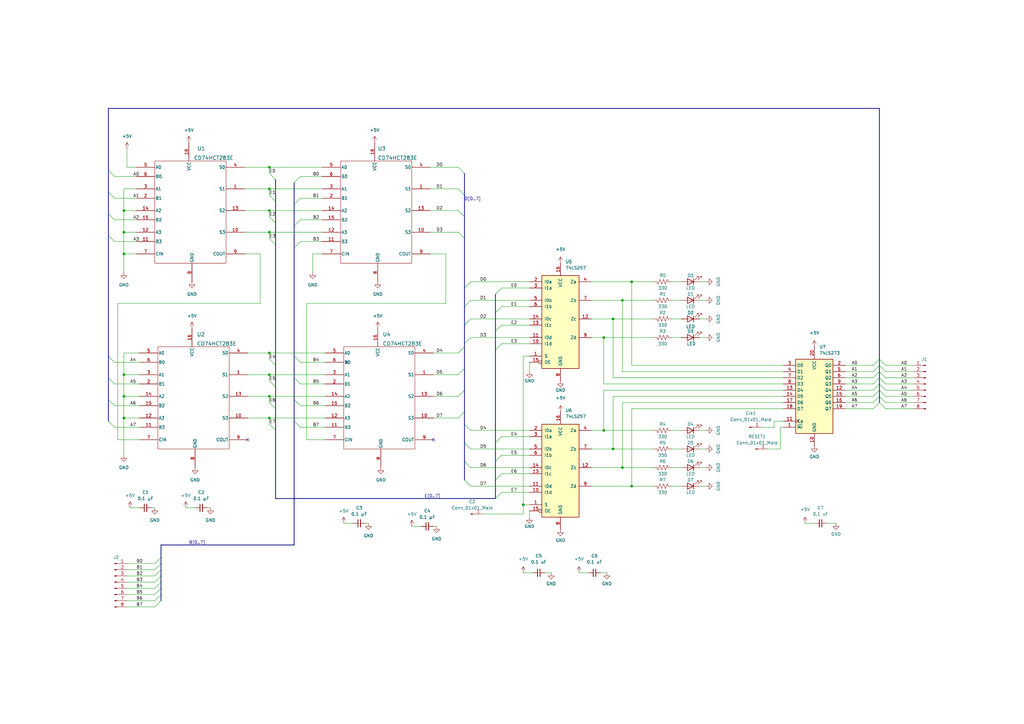
<source format=kicad_sch>
(kicad_sch (version 20211123) (generator eeschema)
  (paper "A3")
  (title_block (title "i281 Program Counter") (date "2024-02-08") (rev "C") (company "sdmay24-14"))
  (lib_symbols
    (symbol "74xx:74LS257" (pin_names (offset 1.016))
      (property "Reference" "U" (at -7.62 19.05 0))
      (property "Value" "74LS257" (at -7.62 -21.59 0))
      (symbol "74LS257_1_0"
        (pin input line (at -12.7 -15.24 0) (length 5.08) (name "S") (number "1"))
        (pin input line (at -12.7 -10.16 0) (length 5.08) (name "I1d") (number "10"))
        (pin input line (at -12.7 -7.62 0) (length 5.08) (name "I0d") (number "11"))
        (pin tri_state line (at 12.7 0 180) (length 5.08) (name "Zc") (number "12"))
        (pin input line (at -12.7 -2.54 0) (length 5.08) (name "I1c") (number "13"))
        (pin input line (at -12.7 0 0) (length 5.08) (name "I0c") (number "14"))
        (pin input inverted (at -12.7 -17.78 0) (length 5.08) (name "OE") (number "15"))
        (pin power_in line (at 0 22.86 270) (length 5.08) (name "VCC") (number "16"))
        (pin input line (at -12.7 15.24 0) (length 5.08) (name "I0a") (number "2"))
        (pin input line (at -12.7 12.7 0) (length 5.08) (name "I1a") (number "3"))
        (pin tri_state line (at 12.7 15.24 180) (length 5.08) (name "Za") (number "4"))
        (pin input line (at -12.7 7.62 0) (length 5.08) (name "I0b") (number "5"))
        (pin input line (at -12.7 5.08 0) (length 5.08) (name "I1b") (number "6"))
        (pin tri_state line (at 12.7 7.62 180) (length 5.08) (name "Zb") (number "7"))
        (pin power_in line (at 0 -25.4 90) (length 5.08) (name "GND") (number "8"))
        (pin tri_state line (at 12.7 -7.62 180) (length 5.08) (name "Zd") (number "9"))
      )
      (symbol "74LS257_1_1"
        (rectangle (start -7.62 17.78) (end 7.62 -20.32) (stroke (width 0.254)) (fill (type background)))
      )
    )
    (symbol "74xx:74LS273"
      (property "Reference" "U" (at -7.62 16.51 0))
      (property "Value" "74LS273" (at -7.62 -16.51 0))
      (symbol "74LS273_1_0"
        (pin input line (at -12.7 -12.7 0) (length 5.08) (name "~{Mr}") (number "1"))
        (pin power_in line (at 0 -20.32 90) (length 5.08) (name "GND") (number "10"))
        (pin input clock (at -12.7 -10.16 0) (length 5.08) (name "Cp") (number "11"))
        (pin output line (at 12.7 2.54 180) (length 5.08) (name "Q4") (number "12"))
        (pin input line (at -12.7 2.54 0) (length 5.08) (name "D4") (number "13"))
        (pin input line (at -12.7 0 0) (length 5.08) (name "D5") (number "14"))
        (pin output line (at 12.7 0 180) (length 5.08) (name "Q5") (number "15"))
        (pin output line (at 12.7 -2.54 180) (length 5.08) (name "Q6") (number "16"))
        (pin input line (at -12.7 -2.54 0) (length 5.08) (name "D6") (number "17"))
        (pin input line (at -12.7 -5.08 0) (length 5.08) (name "D7") (number "18"))
        (pin output line (at 12.7 -5.08 180) (length 5.08) (name "Q7") (number "19"))
        (pin output line (at 12.7 12.7 180) (length 5.08) (name "Q0") (number "2"))
        (pin power_in line (at 0 20.32 270) (length 5.08) (name "VCC") (number "20"))
        (pin input line (at -12.7 12.7 0) (length 5.08) (name "D0") (number "3"))
        (pin input line (at -12.7 10.16 0) (length 5.08) (name "D1") (number "4"))
        (pin output line (at 12.7 10.16 180) (length 5.08) (name "Q1") (number "5"))
        (pin output line (at 12.7 7.62 180) (length 5.08) (name "Q2") (number "6"))
        (pin input line (at -12.7 7.62 0) (length 5.08) (name "D2") (number "7"))
        (pin input line (at -12.7 5.08 0) (length 5.08) (name "D3") (number "8"))
        (pin output line (at 12.7 5.08 180) (length 5.08) (name "Q3") (number "9"))
      )
      (symbol "74LS273_1_1"
        (rectangle (start -7.62 15.24) (end 7.62 -15.24) (stroke (width 0.254)) (fill (type background)))
      )
    )
    (symbol "CD74HCT283E_1" (pin_names (offset 0.254))
      (property "Reference" "U2" (at 36.3094 -1.27 0))
      (property "Value" "CD74HCT283E" (at 36.3094 -5.08 0))
      (symbol "CD74HCT283E_1_0_1"
        (polyline (pts (xy 20.32 -6.35) (xy 20.32 -45.72)))
        (polyline (pts (xy 20.32 -6.35) (xy 49.53 -6.35)))
        (polyline (pts (xy 49.53 -12.7) (xy 49.53 -45.72)))
        (polyline (pts (xy 49.53 -6.35) (xy 49.53 -12.7)))
        (polyline (pts (xy 49.53 -45.72) (xy 49.53 -48.26) (xy 20.32 -48.26) (xy 20.32 -45.72)))
        (pin output line (at 57.15 -17.78 180) (length 7.62) (name "S1") (number "1"))
        (pin output line (at 57.15 -35.56 180) (length 7.62) (name "S3") (number "10"))
        (pin input line (at 12.7 -39.37 0) (length 7.62) (name "B3") (number "11"))
        (pin input line (at 12.7 -35.56 0) (length 7.62) (name "A3") (number "12"))
        (pin output line (at 57.15 -26.67 180) (length 7.62) (name "S2") (number "13"))
        (pin input line (at 12.7 -26.67 0) (length 7.62) (name "A2") (number "14"))
        (pin input line (at 12.7 -30.48 0) (length 7.62) (name "B2") (number "15"))
        (pin power_in line (at 34.29 1.27 270) (length 7.62) (name "VCC") (number "16"))
        (pin input line (at 12.7 -21.59 0) (length 7.62) (name "B1") (number "2"))
        (pin input line (at 12.7 -17.78 0) (length 7.62) (name "A1") (number "3"))
        (pin output line (at 57.15 -8.89 180) (length 7.62) (name "S0") (number "4"))
        (pin input line (at 12.7 -8.89 0) (length 7.62) (name "A0") (number "5"))
        (pin input line (at 12.7 -12.7 0) (length 7.62) (name "B0") (number "6"))
        (pin input line (at 12.7 -44.45 0) (length 7.62) (name "CIN") (number "7"))
        (pin power_in line (at 35.56 -55.88 90) (length 7.62) (name "GND") (number "8"))
        (pin output line (at 57.15 -44.45 180) (length 7.62) (name "COUT") (number "9"))
      )
    )
    (symbol "CD74HCT283E_2" (pin_names (offset 0.254))
      (property "Reference" "U1" (at 39.37 -1.27 0))
      (property "Value" "CD74HCT283E" (at 44.45 -5.08 0))
      (symbol "CD74HCT283E_2_0_1"
        (polyline (pts (xy 20.32 -6.35) (xy 20.32 -45.72)))
        (polyline (pts (xy 20.32 -6.35) (xy 49.53 -6.35)))
        (polyline (pts (xy 49.53 -12.7) (xy 49.53 -45.72)))
        (polyline (pts (xy 49.53 -6.35) (xy 49.53 -12.7)))
        (polyline (pts (xy 49.53 -45.72) (xy 49.53 -48.26) (xy 20.32 -48.26) (xy 20.32 -45.72)))
        (pin output line (at 57.15 -17.78 180) (length 7.62) (name "S1") (number "1"))
        (pin output line (at 57.15 -35.56 180) (length 7.62) (name "S3") (number "10"))
        (pin input line (at 12.7 -39.37 0) (length 7.62) (name "B3") (number "11"))
        (pin input line (at 12.7 -35.56 0) (length 7.62) (name "A3") (number "12"))
        (pin output line (at 57.15 -26.67 180) (length 7.62) (name "S2") (number "13"))
        (pin input line (at 12.7 -26.67 0) (length 7.62) (name "A2") (number "14"))
        (pin input line (at 12.7 -30.48 0) (length 7.62) (name "B2") (number "15"))
        (pin power_in line (at 34.29 1.27 270) (length 7.62) (name "VCC") (number "16"))
        (pin input line (at 12.7 -21.59 0) (length 7.62) (name "B1") (number "2"))
        (pin input line (at 12.7 -17.78 0) (length 7.62) (name "A1") (number "3"))
        (pin output line (at 57.15 -8.89 180) (length 7.62) (name "S0") (number "4"))
        (pin input line (at 12.7 -8.89 0) (length 7.62) (name "A0") (number "5"))
        (pin input line (at 12.7 -12.7 0) (length 7.62) (name "B0") (number "6"))
        (pin input line (at 12.7 -44.45 0) (length 7.62) (name "CIN") (number "7"))
        (pin power_in line (at 35.56 -55.88 90) (length 7.62) (name "GND") (number "8"))
        (pin output line (at 57.15 -44.45 180) (length 7.62) (name "COUT") (number "9"))
      )
    )
    (symbol "CD74HCT283E_3" (pin_names (offset 0.254))
      (property "Reference" "U3" (at 36.83 -1.27 0))
      (property "Value" "CD74HCT283E" (at 36.83 -5.08 0))
      (symbol "CD74HCT283E_3_0_1"
        (polyline (pts (xy 21.59 -6.35) (xy 21.59 -45.72)))
        (polyline (pts (xy 21.59 -6.35) (xy 50.8 -6.35)))
        (polyline (pts (xy 50.8 -12.7) (xy 50.8 -45.72)))
        (polyline (pts (xy 50.8 -6.35) (xy 50.8 -12.7)))
        (polyline (pts (xy 50.8 -45.72) (xy 50.8 -48.26) (xy 21.59 -48.26) (xy 21.59 -45.72)))
        (pin output line (at 58.42 -17.78 180) (length 7.62) (name "S1") (number "1"))
        (pin output line (at 58.42 -35.56 180) (length 7.62) (name "S3") (number "10"))
        (pin input line (at 13.97 -39.37 0) (length 7.62) (name "B3") (number "11"))
        (pin input line (at 13.97 -35.56 0) (length 7.62) (name "A3") (number "12"))
        (pin output line (at 58.42 -26.67 180) (length 7.62) (name "S2") (number "13"))
        (pin input line (at 13.97 -26.67 0) (length 7.62) (name "A2") (number "14"))
        (pin input line (at 13.97 -30.48 0) (length 7.62) (name "B2") (number "15"))
        (pin power_in line (at 35.56 1.27 270) (length 7.62) (name "VCC") (number "16"))
        (pin input line (at 13.97 -21.59 0) (length 7.62) (name "B1") (number "2"))
        (pin input line (at 13.97 -17.78 0) (length 7.62) (name "A1") (number "3"))
        (pin output line (at 58.42 -8.89 180) (length 7.62) (name "S0") (number "4"))
        (pin input line (at 13.97 -8.89 0) (length 7.62) (name "A0") (number "5"))
        (pin input line (at 13.97 -12.7 0) (length 7.62) (name "B0") (number "6"))
        (pin input line (at 13.97 -44.45 0) (length 7.62) (name "CIN") (number "7"))
        (pin power_in line (at 36.83 -55.88 90) (length 7.62) (name "GND") (number "8"))
        (pin output line (at 58.42 -44.45 180) (length 7.62) (name "COUT") (number "9"))
      )
    )
    (symbol "Connector:Conn_01x01_Male" (pin_names (offset 1.016) hide)
      (property "Reference" "J" (at 0 2.54 0))
      (property "Value" "Conn_01x01_Male" (at 0 -2.54 0))
      (symbol "Conn_01x01_Male_1_1"
        (polyline (pts (xy 1.27 0) (xy 0.8636 0)) (stroke (width 0.1524)))
        (rectangle (start 0.8636 0.127) (end 0 -0.127) (stroke (width 0.1524)) (fill (type outline)))
        (pin passive line (at 5.08 0 180) (length 3.81) (name "Pin_1") (number "1"))
      )
    )
    (symbol "Connector:Conn_01x08_Male" (pin_names (offset 1.016) hide)
      (property "Reference" "J" (at 0 10.16 0))
      (property "Value" "Conn_01x08_Male" (at 0 -12.7 0))
      (symbol "Conn_01x08_Male_1_1"
        (polyline (pts (xy 1.27 -10.16) (xy 0.8636 -10.16)) (stroke (width 0.1524)))
        (polyline (pts (xy 1.27 -7.62) (xy 0.8636 -7.62)) (stroke (width 0.1524)))
        (polyline (pts (xy 1.27 -5.08) (xy 0.8636 -5.08)) (stroke (width 0.1524)))
        (polyline (pts (xy 1.27 -2.54) (xy 0.8636 -2.54)) (stroke (width 0.1524)))
        (polyline (pts (xy 1.27 0) (xy 0.8636 0)) (stroke (width 0.1524)))
        (polyline (pts (xy 1.27 2.54) (xy 0.8636 2.54)) (stroke (width 0.1524)))
        (polyline (pts (xy 1.27 5.08) (xy 0.8636 5.08)) (stroke (width 0.1524)))
        (polyline (pts (xy 1.27 7.62) (xy 0.8636 7.62)) (stroke (width 0.1524)))
        (rectangle (start 0.8636 -10.033) (end 0 -10.287) (stroke (width 0.1524)) (fill (type outline)))
        (rectangle (start 0.8636 -7.493) (end 0 -7.747) (stroke (width 0.1524)) (fill (type outline)))
        (rectangle (start 0.8636 -4.953) (end 0 -5.207) (stroke (width 0.1524)) (fill (type outline)))
        (rectangle (start 0.8636 -2.413) (end 0 -2.667) (stroke (width 0.1524)) (fill (type outline)))
        (rectangle (start 0.8636 0.127) (end 0 -0.127) (stroke (width 0.1524)) (fill (type outline)))
        (rectangle (start 0.8636 2.667) (end 0 2.413) (stroke (width 0.1524)) (fill (type outline)))
        (rectangle (start 0.8636 5.207) (end 0 4.953) (stroke (width 0.1524)) (fill (type outline)))
        (rectangle (start 0.8636 7.747) (end 0 7.493) (stroke (width 0.1524)) (fill (type outline)))
        (pin passive line (at 5.08 7.62 180) (length 3.81) (name "Pin_1") (number "1"))
        (pin passive line (at 5.08 5.08 180) (length 3.81) (name "Pin_2") (number "2"))
        (pin passive line (at 5.08 2.54 180) (length 3.81) (name "Pin_3") (number "3"))
        (pin passive line (at 5.08 0 180) (length 3.81) (name "Pin_4") (number "4"))
        (pin passive line (at 5.08 -2.54 180) (length 3.81) (name "Pin_5") (number "5"))
        (pin passive line (at 5.08 -5.08 180) (length 3.81) (name "Pin_6") (number "6"))
        (pin passive line (at 5.08 -7.62 180) (length 3.81) (name "Pin_7") (number "7"))
        (pin passive line (at 5.08 -10.16 180) (length 3.81) (name "Pin_8") (number "8"))
      )
    )
    (symbol "Device:C_Small" (pin_numbers hide) (pin_names (offset 0.254) hide)
      (property "Reference" "C" (at 0.254 1.778 0))
      (property "Value" "C_Small" (at 0.254 -2.032 0))
      (symbol "C_Small_0_1"
        (polyline (pts (xy -1.524 -0.508) (xy 1.524 -0.508)) (stroke (width 0.3302)))
        (polyline (pts (xy -1.524 0.508) (xy 1.524 0.508)) (stroke (width 0.3048)))
      )
      (symbol "C_Small_1_1"
        (pin passive line (at 0 2.54 270) (length 2.032) (name "~") (number "1"))
        (pin passive line (at 0 -2.54 90) (length 2.032) (name "~") (number "2"))
      )
    )
    (symbol "Device:LED" (pin_numbers hide) (pin_names (offset 1.016) hide)
      (property "Reference" "D" (at 0 2.54 0))
      (property "Value" "LED" (at 0 -2.54 0))
      (symbol "LED_0_1"
        (polyline (pts (xy -1.27 -1.27) (xy -1.27 1.27)) (stroke (width 0.254)))
        (polyline (pts (xy -1.27 0) (xy 1.27 0)))
        (polyline (pts (xy 1.27 -1.27) (xy 1.27 1.27) (xy -1.27 0) (xy 1.27 -1.27)) (stroke (width 0.254)))
        (polyline (pts (xy -3.048 -0.762) (xy -4.572 -2.286) (xy -3.81 -2.286) (xy -4.572 -2.286) (xy -4.572 -1.524)))
        (polyline (pts (xy -1.778 -0.762) (xy -3.302 -2.286) (xy -2.54 -2.286) (xy -3.302 -2.286) (xy -3.302 -1.524)))
      )
      (symbol "LED_1_1"
        (pin passive line (at -3.81 0 0) (length 2.54) (name "K") (number "1"))
        (pin passive line (at 3.81 0 180) (length 2.54) (name "A") (number "2"))
      )
    )
    (symbol "Device:R_US" (pin_numbers hide) (pin_names (offset 0))
      (property "Reference" "R" (at 2.54 0 90))
      (property "Value" "R_US" (at -2.54 0 90))
      (symbol "R_US_0_1"
        (polyline (pts (xy 0 -2.286) (xy 0 -2.54)))
        (polyline (pts (xy 0 2.286) (xy 0 2.54)))
        (polyline (pts (xy 0 -0.762) (xy 1.016 -1.143) (xy 0 -1.524) (xy -1.016 -1.905) (xy 0 -2.286)))
        (polyline (pts (xy 0 0.762) (xy 1.016 0.381) (xy 0 0) (xy -1.016 -0.381) (xy 0 -0.762)))
        (polyline (pts (xy 0 2.286) (xy 1.016 1.905) (xy 0 1.524) (xy -1.016 1.143) (xy 0 0.762)))
      )
      (symbol "R_US_1_1"
        (pin passive line (at 0 3.81 270) (length 1.27) (name "~") (number "1"))
        (pin passive line (at 0 -3.81 90) (length 1.27) (name "~") (number "2"))
      )
    )
    (symbol "power:+5V" (power) (pin_names (offset 0))
      (property "Value" "+5V" (at 0 3.556 0))
      (symbol "+5V_0_1"
        (polyline (pts (xy -0.762 1.27) (xy 0 2.54)))
        (polyline (pts (xy 0 0) (xy 0 2.54)))
        (polyline (pts (xy 0 2.54) (xy 0.762 1.27)))
      )
      (symbol "+5V_1_1"
        (pin power_in line (at 0 0 90) (length 0) hide (name "+5V") (number "1"))
      )
    )
    (symbol "power:GND" (power) (pin_names (offset 0))
      (property "Value" "GND" (at 0 -3.81 0))
      (symbol "GND_0_1"
        (polyline (pts (xy 0 0) (xy 0 -1.27) (xy 1.27 -1.27) (xy 0 -2.54) (xy -1.27 -1.27) (xy 0 -1.27)))
      )
      (symbol "GND_1_1"
        (pin power_in line (at 0 0 270) (length 0) hide (name "GND") (number "1"))
      )
    )
  )
  (junction (at 255.27 123.19))
  (junction (at 251.46 184.15))
  (junction (at 110.49 77.47))
  (junction (at 247.65 176.53))
  (junction (at 110.49 144.78))
  (junction (at 50.8 171.45))
  (junction (at 50.8 162.56))
  (junction (at 110.49 86.36))
  (junction (at 110.49 68.58))
  (junction (at 50.8 95.25))
  (junction (at 110.49 95.25))
  (junction (at 259.08 115.57))
  (junction (at 50.8 86.36))
  (junction (at 251.46 130.81))
  (junction (at 110.49 162.56))
  (junction (at 255.27 191.77))
  (junction (at 247.65 138.43))
  (junction (at 259.08 199.39))
  (junction (at 110.49 171.45))
  (junction (at 50.8 104.14))
  (junction (at 50.8 153.67))
  (junction (at 110.49 153.67))
  (junction (at 214.63 207.01))
  (no_connect (at 142.24 148.59))
  (no_connect (at 101.6 180.34))
  (no_connect (at 177.8 180.34))
  (bus_entry (at 66.04 228.6) (size -2.54 2.54))
  (bus_entry (at 66.04 241.3) (size -2.54 2.54))
  (bus_entry (at 360.68 147.32) (size -2.54 2.54))
  (bus_entry (at 190.5 196.85) (size 2.54 2.54))
  (bus_entry (at 110.49 88.9) (size 2.54 2.54))
  (bus_entry (at 66.04 243.84) (size -2.54 2.54))
  (bus_entry (at 187.96 86.36) (size 2.54 2.54))
  (bus_entry (at 190.5 125.73) (size 2.54 -2.54))
  (bus_entry (at 203.2 204.47) (size 2.54 -2.54))
  (bus_entry (at 120.65 146.05) (size 2.54 2.54))
  (bus_entry (at 360.68 149.86) (size 2.54 2.54))
  (bus_entry (at 360.68 147.32) (size 2.54 2.54))
  (bus_entry (at 123.19 72.39) (size -2.54 2.54))
  (bus_entry (at 187.96 95.25) (size 2.54 2.54))
  (bus_entry (at 360.68 154.94) (size -2.54 2.54))
  (bus_entry (at 203.2 181.61) (size 2.54 -2.54))
  (bus_entry (at 360.68 160.02) (size 2.54 2.54))
  (bus_entry (at 360.68 152.4) (size -2.54 2.54))
  (bus_entry (at 203.2 120.65) (size 2.54 -2.54))
  (bus_entry (at 120.65 163.83) (size 2.54 2.54))
  (bus_entry (at 190.5 181.61) (size 2.54 2.54))
  (bus_entry (at 110.49 80.01) (size 2.54 2.54))
  (bus_entry (at 203.2 135.89) (size 2.54 -2.54))
  (bus_entry (at 187.96 68.58) (size 2.54 2.54))
  (bus_entry (at 203.2 189.23) (size 2.54 -2.54))
  (bus_entry (at 360.68 162.56) (size -2.54 2.54))
  (bus_entry (at 110.49 156.21) (size 2.54 2.54))
  (bus_entry (at 123.19 99.06) (size -2.54 2.54))
  (bus_entry (at 190.5 189.23) (size 2.54 2.54))
  (bus_entry (at 190.5 173.99) (size 2.54 2.54))
  (bus_entry (at 66.04 246.38) (size -2.54 2.54))
  (bus_entry (at 203.2 143.51) (size 2.54 -2.54))
  (bus_entry (at 44.45 154.94) (size 2.54 2.54))
  (bus_entry (at 360.68 154.94) (size 2.54 2.54))
  (bus_entry (at 44.45 96.52) (size 2.54 2.54))
  (bus_entry (at 44.45 87.63) (size 2.54 2.54))
  (bus_entry (at 110.49 97.79) (size 2.54 2.54))
  (bus_entry (at 44.45 146.05) (size 2.54 2.54))
  (bus_entry (at 123.19 90.17) (size -2.54 2.54))
  (bus_entry (at 360.68 165.1) (size -2.54 2.54))
  (bus_entry (at 66.04 238.76) (size -2.54 2.54))
  (bus_entry (at 120.65 154.94) (size 2.54 2.54))
  (bus_entry (at 190.5 140.97) (size 2.54 -2.54))
  (bus_entry (at 190.5 151.13) (size -2.54 2.54))
  (bus_entry (at 66.04 233.68) (size -2.54 2.54))
  (bus_entry (at 190.5 160.02) (size -2.54 2.54))
  (bus_entry (at 360.68 157.48) (size 2.54 2.54))
  (bus_entry (at 110.49 165.1) (size 2.54 2.54))
  (bus_entry (at 120.65 172.72) (size 2.54 2.54))
  (bus_entry (at 187.96 77.47) (size 2.54 2.54))
  (bus_entry (at 44.45 69.85) (size 2.54 2.54))
  (bus_entry (at 110.49 147.32) (size 2.54 2.54))
  (bus_entry (at 190.5 142.24) (size -2.54 2.54))
  (bus_entry (at 360.68 160.02) (size -2.54 2.54))
  (bus_entry (at 360.68 152.4) (size 2.54 2.54))
  (bus_entry (at 44.45 172.72) (size 2.54 2.54))
  (bus_entry (at 123.19 81.28) (size -2.54 2.54))
  (bus_entry (at 360.68 162.56) (size 2.54 2.54))
  (bus_entry (at 360.68 149.86) (size -2.54 2.54))
  (bus_entry (at 110.49 173.99) (size 2.54 2.54))
  (bus_entry (at 44.45 163.83) (size 2.54 2.54))
  (bus_entry (at 190.5 133.35) (size 2.54 -2.54))
  (bus_entry (at 190.5 168.91) (size -2.54 2.54))
  (bus_entry (at 360.68 157.48) (size -2.54 2.54))
  (bus_entry (at 203.2 196.85) (size 2.54 -2.54))
  (bus_entry (at 66.04 236.22) (size -2.54 2.54))
  (bus_entry (at 190.5 118.11) (size 2.54 -2.54))
  (bus_entry (at 66.04 231.14) (size -2.54 2.54))
  (bus_entry (at 44.45 78.74) (size 2.54 2.54))
  (bus_entry (at 110.49 71.12) (size 2.54 2.54))
  (bus_entry (at 360.68 165.1) (size 2.54 2.54))
  (bus_entry (at 203.2 128.27) (size 2.54 -2.54))
  (wire (pts (xy 287.02 176.53) (xy 289.56 176.53)))
  (bus (pts (xy 203.2 196.85) (xy 203.2 204.47)))
  (wire (pts (xy 223.52 234.95) (xy 226.06 234.95)))
  (bus (pts (xy 120.65 146.05) (xy 120.65 154.94)))
  (wire (pts (xy 176.53 86.36) (xy 187.96 86.36)))
  (bus (pts (xy 44.45 146.05) (xy 44.45 154.94)))
  (bus (pts (xy 203.2 135.89) (xy 203.2 143.51)))
  (wire (pts (xy 85.09 208.28) (xy 86.36 208.28)))
  (wire (pts (xy 193.04 191.77) (xy 217.17 191.77)))
  (wire (pts (xy 177.8 153.67) (xy 187.96 153.67)))
  (wire (pts (xy 177.8 162.56) (xy 187.96 162.56)))
  (wire (pts (xy 52.07 246.38) (xy 63.5 246.38)))
  (wire (pts (xy 251.46 130.81) (xy 267.97 130.81)))
  (wire (pts (xy 177.8 144.78) (xy 187.96 144.78)))
  (wire (pts (xy 259.08 199.39) (xy 267.97 199.39)))
  (wire (pts (xy 259.08 199.39) (xy 259.08 167.64)))
  (wire (pts (xy 50.8 104.14) (xy 50.8 111.76)))
  (wire (pts (xy 255.27 123.19) (xy 267.97 123.19)))
  (wire (pts (xy 205.74 140.97) (xy 217.17 140.97)))
  (bus (pts (xy 113.03 167.64) (xy 113.03 176.53)))
  (wire (pts (xy 247.65 160.02) (xy 321.31 160.02)))
  (wire (pts (xy 110.49 68.58) (xy 110.49 71.12)))
  (bus (pts (xy 190.5 168.91) (xy 190.5 173.99)))
  (wire (pts (xy 317.5 172.72) (xy 321.31 172.72)))
  (bus (pts (xy 120.65 101.6) (xy 120.65 146.05)))
  (wire (pts (xy 217.17 148.59) (xy 217.17 152.4)))
  (bus (pts (xy 203.2 128.27) (xy 203.2 135.89)))
  (wire (pts (xy 125.73 124.46) (xy 125.73 180.34)))
  (wire (pts (xy 52.07 236.22) (xy 63.5 236.22)))
  (wire (pts (xy 50.8 95.25) (xy 50.8 104.14)))
  (wire (pts (xy 214.63 207.01) (xy 214.63 210.82)))
  (wire (pts (xy 123.19 90.17) (xy 132.08 90.17)))
  (wire (pts (xy 237.49 234.95) (xy 241.3 234.95)))
  (bus (pts (xy 203.2 181.61) (xy 203.2 189.23)))
  (wire (pts (xy 259.08 115.57) (xy 259.08 149.86)))
  (wire (pts (xy 46.99 90.17) (xy 55.88 90.17)))
  (wire (pts (xy 374.65 154.94) (xy 363.22 154.94)))
  (bus (pts (xy 66.04 231.14) (xy 66.04 233.68)))
  (wire (pts (xy 346.71 167.64) (xy 358.14 167.64)))
  (wire (pts (xy 48.26 124.46) (xy 48.26 180.34)))
  (bus (pts (xy 203.2 143.51) (xy 203.2 181.61)))
  (wire (pts (xy 275.59 130.81) (xy 279.4 130.81)))
  (wire (pts (xy 50.8 77.47) (xy 50.8 86.36)))
  (wire (pts (xy 251.46 184.15) (xy 267.97 184.15)))
  (wire (pts (xy 339.09 214.63) (xy 342.9 214.63)))
  (wire (pts (xy 46.99 175.26) (xy 57.15 175.26)))
  (wire (pts (xy 50.8 104.14) (xy 55.88 104.14)))
  (wire (pts (xy 55.88 77.47) (xy 50.8 77.47)))
  (bus (pts (xy 113.03 91.44) (xy 113.03 100.33)))
  (wire (pts (xy 149.86 214.63) (xy 151.13 214.63)))
  (bus (pts (xy 190.5 118.11) (xy 190.5 125.73)))
  (wire (pts (xy 50.8 162.56) (xy 57.15 162.56)))
  (wire (pts (xy 168.91 215.9) (xy 172.72 215.9)))
  (wire (pts (xy 110.49 171.45) (xy 133.35 171.45)))
  (bus (pts (xy 190.5 160.02) (xy 190.5 168.91)))
  (wire (pts (xy 123.19 72.39) (xy 132.08 72.39)))
  (wire (pts (xy 110.49 153.67) (xy 133.35 153.67)))
  (wire (pts (xy 46.99 99.06) (xy 55.88 99.06)))
  (wire (pts (xy 374.65 165.1) (xy 363.22 165.1)))
  (bus (pts (xy 66.04 238.76) (xy 66.04 241.3)))
  (wire (pts (xy 247.65 157.48) (xy 321.31 157.48)))
  (wire (pts (xy 247.65 176.53) (xy 267.97 176.53)))
  (bus (pts (xy 360.68 157.48) (xy 360.68 160.02)))
  (wire (pts (xy 110.49 162.56) (xy 133.35 162.56)))
  (wire (pts (xy 242.57 115.57) (xy 259.08 115.57)))
  (wire (pts (xy 320.04 184.15) (xy 320.04 175.26)))
  (wire (pts (xy 259.08 167.64) (xy 321.31 167.64)))
  (wire (pts (xy 321.31 175.26) (xy 320.04 175.26)))
  (bus (pts (xy 120.65 92.71) (xy 120.65 101.6)))
  (bus (pts (xy 190.5 133.35) (xy 190.5 140.97)))
  (wire (pts (xy 287.02 123.19) (xy 289.56 123.19)))
  (wire (pts (xy 46.99 81.28) (xy 55.88 81.28)))
  (bus (pts (xy 66.04 243.84) (xy 66.04 246.38)))
  (wire (pts (xy 101.6 162.56) (xy 110.49 162.56)))
  (wire (pts (xy 346.71 157.48) (xy 358.14 157.48)))
  (wire (pts (xy 52.07 238.76) (xy 63.5 238.76)))
  (bus (pts (xy 190.5 140.97) (xy 190.5 142.24)))
  (wire (pts (xy 214.63 146.05) (xy 214.63 207.01)))
  (wire (pts (xy 123.19 148.59) (xy 133.35 148.59)))
  (bus (pts (xy 44.45 87.63) (xy 44.45 96.52)))
  (wire (pts (xy 110.49 95.25) (xy 132.08 95.25)))
  (wire (pts (xy 275.59 176.53) (xy 279.4 176.53)))
  (wire (pts (xy 247.65 138.43) (xy 247.65 157.48)))
  (wire (pts (xy 140.97 214.63) (xy 144.78 214.63)))
  (wire (pts (xy 374.65 152.4) (xy 363.22 152.4)))
  (wire (pts (xy 123.19 175.26) (xy 133.35 175.26)))
  (wire (pts (xy 374.65 160.02) (xy 363.22 160.02)))
  (wire (pts (xy 110.49 144.78) (xy 133.35 144.78)))
  (wire (pts (xy 287.02 191.77) (xy 289.56 191.77)))
  (wire (pts (xy 106.68 124.46) (xy 48.26 124.46)))
  (wire (pts (xy 110.49 144.78) (xy 110.49 147.32)))
  (bus (pts (xy 44.45 44.45) (xy 44.45 69.85)))
  (wire (pts (xy 314.96 184.15) (xy 320.04 184.15)))
  (wire (pts (xy 176.53 68.58) (xy 187.96 68.58)))
  (wire (pts (xy 57.15 144.78) (xy 50.8 144.78)))
  (wire (pts (xy 50.8 171.45) (xy 50.8 186.69)))
  (wire (pts (xy 251.46 130.81) (xy 251.46 154.94)))
  (wire (pts (xy 242.57 176.53) (xy 247.65 176.53)))
  (bus (pts (xy 113.03 176.53) (xy 113.03 204.47)))
  (bus (pts (xy 120.65 172.72) (xy 120.65 223.52)))
  (bus (pts (xy 360.68 44.45) (xy 360.68 147.32)))
  (wire (pts (xy 52.07 248.92) (xy 63.5 248.92)))
  (bus (pts (xy 113.03 82.55) (xy 113.03 91.44)))
  (wire (pts (xy 259.08 149.86) (xy 321.31 149.86)))
  (wire (pts (xy 100.33 86.36) (xy 110.49 86.36)))
  (bus (pts (xy 66.04 236.22) (xy 66.04 233.68)))
  (wire (pts (xy 110.49 86.36) (xy 110.49 88.9)))
  (wire (pts (xy 100.33 68.58) (xy 110.49 68.58)))
  (bus (pts (xy 360.68 147.32) (xy 360.68 149.86)))
  (wire (pts (xy 193.04 123.19) (xy 217.17 123.19)))
  (wire (pts (xy 176.53 77.47) (xy 187.96 77.47)))
  (wire (pts (xy 205.74 125.73) (xy 217.17 125.73)))
  (wire (pts (xy 317.5 175.26) (xy 317.5 172.72)))
  (wire (pts (xy 205.74 133.35) (xy 217.17 133.35)))
  (wire (pts (xy 182.88 104.14) (xy 182.88 124.46)))
  (wire (pts (xy 287.02 138.43) (xy 289.56 138.43)))
  (wire (pts (xy 242.57 138.43) (xy 247.65 138.43)))
  (bus (pts (xy 120.65 74.93) (xy 120.65 83.82)))
  (wire (pts (xy 110.49 77.47) (xy 110.49 80.01)))
  (wire (pts (xy 46.99 166.37) (xy 57.15 166.37)))
  (bus (pts (xy 190.5 88.9) (xy 190.5 97.79)))
  (bus (pts (xy 66.04 236.22) (xy 66.04 238.76)))
  (wire (pts (xy 346.71 154.94) (xy 358.14 154.94)))
  (bus (pts (xy 190.5 71.12) (xy 190.5 80.01)))
  (wire (pts (xy 287.02 130.81) (xy 289.56 130.81)))
  (wire (pts (xy 255.27 165.1) (xy 321.31 165.1)))
  (bus (pts (xy 203.2 189.23) (xy 203.2 196.85)))
  (wire (pts (xy 251.46 162.56) (xy 321.31 162.56)))
  (wire (pts (xy 255.27 191.77) (xy 242.57 191.77)))
  (bus (pts (xy 360.68 154.94) (xy 360.68 152.4)))
  (wire (pts (xy 125.73 180.34) (xy 133.35 180.34)))
  (wire (pts (xy 214.63 207.01) (xy 217.17 207.01)))
  (wire (pts (xy 246.38 234.95) (xy 248.92 234.95)))
  (wire (pts (xy 374.65 162.56) (xy 363.22 162.56)))
  (wire (pts (xy 205.74 179.07) (xy 217.17 179.07)))
  (wire (pts (xy 101.6 171.45) (xy 110.49 171.45)))
  (wire (pts (xy 50.8 162.56) (xy 50.8 171.45)))
  (wire (pts (xy 346.71 165.1) (xy 358.14 165.1)))
  (bus (pts (xy 360.68 154.94) (xy 360.68 157.48)))
  (wire (pts (xy 275.59 123.19) (xy 279.4 123.19)))
  (wire (pts (xy 52.07 233.68) (xy 63.5 233.68)))
  (bus (pts (xy 44.45 154.94) (xy 44.45 163.83)))
  (wire (pts (xy 275.59 199.39) (xy 279.4 199.39)))
  (wire (pts (xy 100.33 77.47) (xy 110.49 77.47)))
  (wire (pts (xy 176.53 95.25) (xy 187.96 95.25)))
  (bus (pts (xy 190.5 97.79) (xy 190.5 118.11)))
  (wire (pts (xy 110.49 86.36) (xy 132.08 86.36)))
  (wire (pts (xy 110.49 77.47) (xy 132.08 77.47)))
  (wire (pts (xy 287.02 184.15) (xy 289.56 184.15)))
  (wire (pts (xy 255.27 123.19) (xy 255.27 152.4)))
  (wire (pts (xy 177.8 171.45) (xy 187.96 171.45)))
  (wire (pts (xy 110.49 95.25) (xy 110.49 97.79)))
  (wire (pts (xy 193.04 199.39) (xy 217.17 199.39)))
  (wire (pts (xy 177.8 215.9) (xy 179.07 215.9)))
  (wire (pts (xy 193.04 176.53) (xy 217.17 176.53)))
  (wire (pts (xy 217.17 146.05) (xy 214.63 146.05)))
  (wire (pts (xy 52.07 243.84) (xy 63.5 243.84)))
  (wire (pts (xy 46.99 157.48) (xy 57.15 157.48)))
  (wire (pts (xy 205.74 186.69) (xy 217.17 186.69)))
  (bus (pts (xy 190.5 142.24) (xy 190.5 151.13)))
  (bus (pts (xy 113.03 204.47) (xy 203.2 204.47)))
  (wire (pts (xy 330.2 214.63) (xy 334.01 214.63)))
  (wire (pts (xy 50.8 95.25) (xy 55.88 95.25)))
  (wire (pts (xy 287.02 115.57) (xy 289.56 115.57)))
  (wire (pts (xy 46.99 148.59) (xy 57.15 148.59)))
  (wire (pts (xy 100.33 104.14) (xy 106.68 104.14)))
  (bus (pts (xy 44.45 96.52) (xy 44.45 146.05)))
  (wire (pts (xy 205.74 118.11) (xy 217.17 118.11)))
  (wire (pts (xy 106.68 104.14) (xy 106.68 124.46)))
  (wire (pts (xy 275.59 138.43) (xy 279.4 138.43)))
  (bus (pts (xy 190.5 189.23) (xy 190.5 196.85)))
  (wire (pts (xy 242.57 199.39) (xy 259.08 199.39)))
  (bus (pts (xy 120.65 163.83) (xy 120.65 172.72)))
  (wire (pts (xy 132.08 104.14) (xy 128.27 104.14)))
  (wire (pts (xy 255.27 165.1) (xy 255.27 191.77)))
  (bus (pts (xy 44.45 69.85) (xy 44.45 78.74)))
  (bus (pts (xy 190.5 181.61) (xy 190.5 189.23)))
  (wire (pts (xy 101.6 153.67) (xy 110.49 153.67)))
  (wire (pts (xy 176.53 104.14) (xy 182.88 104.14)))
  (wire (pts (xy 275.59 184.15) (xy 279.4 184.15)))
  (wire (pts (xy 247.65 176.53) (xy 247.65 160.02)))
  (wire (pts (xy 62.23 208.28) (xy 63.5 208.28)))
  (wire (pts (xy 55.88 68.58) (xy 52.07 68.58)))
  (wire (pts (xy 50.8 144.78) (xy 50.8 153.67)))
  (wire (pts (xy 50.8 171.45) (xy 57.15 171.45)))
  (wire (pts (xy 205.74 194.31) (xy 217.17 194.31)))
  (wire (pts (xy 275.59 115.57) (xy 279.4 115.57)))
  (bus (pts (xy 203.2 120.65) (xy 203.2 128.27)))
  (wire (pts (xy 242.57 130.81) (xy 251.46 130.81)))
  (bus (pts (xy 113.03 73.66) (xy 113.03 82.55)))
  (wire (pts (xy 110.49 171.45) (xy 110.49 173.99)))
  (wire (pts (xy 50.8 153.67) (xy 50.8 162.56)))
  (wire (pts (xy 46.99 72.39) (xy 55.88 72.39)))
  (wire (pts (xy 205.74 201.93) (xy 217.17 201.93)))
  (wire (pts (xy 346.71 160.02) (xy 358.14 160.02)))
  (wire (pts (xy 346.71 152.4) (xy 358.14 152.4)))
  (bus (pts (xy 66.04 223.52) (xy 120.65 223.52)))
  (wire (pts (xy 214.63 234.95) (xy 218.44 234.95)))
  (bus (pts (xy 360.68 149.86) (xy 360.68 152.4)))
  (wire (pts (xy 247.65 138.43) (xy 267.97 138.43)))
  (wire (pts (xy 50.8 86.36) (xy 55.88 86.36)))
  (wire (pts (xy 110.49 162.56) (xy 110.49 165.1)))
  (bus (pts (xy 66.04 228.6) (xy 66.04 231.14)))
  (bus (pts (xy 360.68 162.56) (xy 360.68 165.1)))
  (wire (pts (xy 52.07 241.3) (xy 63.5 241.3)))
  (wire (pts (xy 50.8 86.36) (xy 50.8 95.25)))
  (wire (pts (xy 374.65 149.86) (xy 363.22 149.86)))
  (wire (pts (xy 110.49 153.67) (xy 110.49 156.21)))
  (bus (pts (xy 44.45 78.74) (xy 44.45 87.63)))
  (wire (pts (xy 259.08 115.57) (xy 267.97 115.57)))
  (bus (pts (xy 190.5 173.99) (xy 190.5 181.61)))
  (wire (pts (xy 110.49 68.58) (xy 132.08 68.58)))
  (wire (pts (xy 287.02 199.39) (xy 289.56 199.39)))
  (wire (pts (xy 346.71 149.86) (xy 358.14 149.86)))
  (wire (pts (xy 123.19 166.37) (xy 133.35 166.37)))
  (wire (pts (xy 50.8 153.67) (xy 57.15 153.67)))
  (wire (pts (xy 374.65 167.64) (xy 363.22 167.64)))
  (wire (pts (xy 52.07 231.14) (xy 63.5 231.14)))
  (bus (pts (xy 44.45 163.83) (xy 44.45 172.72)))
  (wire (pts (xy 374.65 157.48) (xy 363.22 157.48)))
  (wire (pts (xy 251.46 184.15) (xy 251.46 162.56)))
  (wire (pts (xy 182.88 124.46) (xy 125.73 124.46)))
  (wire (pts (xy 123.19 81.28) (xy 132.08 81.28)))
  (bus (pts (xy 190.5 125.73) (xy 190.5 133.35)))
  (wire (pts (xy 255.27 152.4) (xy 321.31 152.4)))
  (wire (pts (xy 100.33 95.25) (xy 110.49 95.25)))
  (wire (pts (xy 101.6 144.78) (xy 110.49 144.78)))
  (wire (pts (xy 193.04 184.15) (xy 217.17 184.15)))
  (wire (pts (xy 251.46 154.94) (xy 321.31 154.94)))
  (wire (pts (xy 123.19 157.48) (xy 133.35 157.48)))
  (bus (pts (xy 113.03 100.33) (xy 113.03 149.86)))
  (wire (pts (xy 312.42 175.26) (xy 317.5 175.26)))
  (wire (pts (xy 53.34 208.28) (xy 57.15 208.28)))
  (wire (pts (xy 76.2 208.28) (xy 80.01 208.28)))
  (bus (pts (xy 120.65 83.82) (xy 120.65 92.71)))
  (wire (pts (xy 217.17 209.55) (xy 217.17 212.09)))
  (bus (pts (xy 44.45 44.45) (xy 360.68 44.45)))
  (wire (pts (xy 275.59 191.77) (xy 279.4 191.77)))
  (wire (pts (xy 57.15 180.34) (xy 48.26 180.34)))
  (wire (pts (xy 242.57 184.15) (xy 251.46 184.15)))
  (bus (pts (xy 190.5 151.13) (xy 190.5 160.02)))
  (bus (pts (xy 120.65 154.94) (xy 120.65 163.83)))
  (wire (pts (xy 193.04 130.81) (xy 217.17 130.81)))
  (wire (pts (xy 193.04 138.43) (xy 217.17 138.43)))
  (wire (pts (xy 255.27 191.77) (xy 267.97 191.77)))
  (wire (pts (xy 123.19 99.06) (xy 132.08 99.06)))
  (wire (pts (xy 128.27 104.14) (xy 128.27 111.76)))
  (bus (pts (xy 113.03 158.75) (xy 113.03 167.64)))
  (bus (pts (xy 66.04 241.3) (xy 66.04 243.84)))
  (wire (pts (xy 242.57 123.19) (xy 255.27 123.19)))
  (wire (pts (xy 198.12 210.82) (xy 214.63 210.82)))
  (bus (pts (xy 190.5 80.01) (xy 190.5 88.9)))
  (wire (pts (xy 193.04 115.57) (xy 217.17 115.57)))
  (bus (pts (xy 360.68 160.02) (xy 360.68 162.56)))
  (wire (pts (xy 52.07 68.58) (xy 52.07 60.96)))
  (bus (pts (xy 66.04 228.6) (xy 66.04 223.52)))
  (wire (pts (xy 346.71 162.56) (xy 358.14 162.56)))
  (bus (pts (xy 113.03 149.86) (xy 113.03 158.75)))
  (label "E6" (at 209.55 194.31 0))
  (label "E3" (at 110.49 97.79 0))
  (label "B1" (at 55.88 233.68 0))
  (label "E0" (at 209.55 118.11 0))
  (label "B0" (at 55.88 231.14 0))
  (label "D0" (at 181.61 68.58 180))
  (label "E5" (at 209.55 186.69 0))
  (label "D0" (at 196.85 115.57 0))
  (label "E[0..7]" (at 173.99 204.47 0))
  (label "E2" (at 110.49 88.9 0))
  (label "E4" (at 209.55 179.07 0))
  (label "B5" (at 55.88 243.84 0))
  (label "A1" (at 54.61 81.28 0))
  (label "E5" (at 110.49 156.21 0))
  (label "D1" (at 181.61 77.47 180))
  (label "B4" (at 55.88 241.3 0))
  (label "A2" (at 369.57 154.94 0))
  (label "D6" (at 181.61 162.56 180))
  (label "A3" (at 54.61 99.06 0))
  (label "E2" (at 209.55 133.35 0))
  (label "A1" (at 369.57 152.4 0))
  (label "B6" (at 55.88 246.38 0))
  (label "A7" (at 349.25 167.64 0))
  (label "D4" (at 181.61 144.78 180))
  (label "B5" (at 128.27 157.48 0))
  (label "D2" (at 181.61 86.36 180))
  (label "D7" (at 196.85 199.39 0))
  (label "D6" (at 196.85 191.77 0))
  (label "A4" (at 369.57 160.02 0))
  (label "A0" (at 369.57 149.86 0))
  (label "E4" (at 110.49 147.32 0))
  (label "E7" (at 209.55 201.93 0))
  (label "D3" (at 181.61 95.25 180))
  (label "E7" (at 110.49 173.99 0))
  (label "D5" (at 196.85 184.15 0))
  (label "B3" (at 55.88 238.76 0))
  (label "E1" (at 110.49 80.01 0))
  (label "D1" (at 196.85 123.19 0))
  (label "B[0..7]" (at 77.47 223.52 0))
  (label "A5" (at 53.34 157.48 0))
  (label "D[0..7]" (at 190.5 82.55 0))
  (label "E1" (at 209.55 125.73 0))
  (label "A3" (at 369.57 157.48 0))
  (label "B7" (at 55.88 248.92 0))
  (label "A5" (at 369.57 162.56 0))
  (label "B0" (at 128.27 72.39 0))
  (label "E3" (at 209.55 140.97 0))
  (label "E6" (at 110.49 165.1 0))
  (label "B1" (at 128.27 81.28 0))
  (label "B2" (at 55.88 236.22 0))
  (label "A0" (at 54.61 72.39 0))
  (label "E0" (at 110.49 71.12 0))
  (label "A2" (at 54.61 90.17 0))
  (label "D7" (at 181.61 171.45 180))
  (label "B3" (at 128.27 99.06 0))
  (label "B4" (at 128.27 148.59 0))
  (label "A7" (at 369.57 167.64 0))
  (label "A6" (at 53.34 166.37 0))
  (label "D2" (at 196.85 130.81 0))
  (label "A6" (at 369.57 165.1 0))
  (label "D4" (at 196.85 176.53 0))
  (label "D3" (at 196.85 138.43 0))
  (label "B7" (at 128.27 175.26 0))
  (label "A3" (at 349.25 157.48 0))
  (label "A4" (at 53.34 148.59 0))
  (label "A6" (at 349.25 165.1 0))
  (label "A7" (at 53.34 175.26 0))
  (label "B2" (at 128.27 90.17 0))
  (label "A1" (at 349.25 152.4 0))
  (label "A2" (at 349.25 154.94 0))
  (label "D5" (at 181.61 153.67 180))
  (label "A0" (at 349.25 149.86 0))
  (label "A4" (at 349.25 160.02 0))
  (label "A5" (at 349.25 162.56 0))
  (label "B6" (at 128.27 166.37 0))
  (symbol (lib_id "74xx:74LS273") (at 334.01 162.56 0) (unit 1)
    (property "Reference" "U7" (at 336.0294 142.24 0) (effects (justify left)))
    (property "Value" "74LS273" (at 336.0294 144.78 0) (effects (justify left)))
    (property "Datasheet" "http://www.ti.com/lit/gpn/sn74LS273" (effects hide))
  )
  (symbol (lib_id "Device:C_Small") (at 82.55 208.28 90) (unit 1)
    (property "Reference" "C2" (at 82.5563 201.93 90))
    (property "Value" "0.1 µF" (at 82.5563 204.47 90))
  )
  (symbol (lib_id "power:GND") (at 80.01 191.77 0) (unit 1)
    (property "Reference" "#PWR010" (effects hide))
    (property "Value" "GND" (at 80.01 196.85 0))
  )
  (symbol (lib_id "power:+5V") (at 237.49 234.95 0) (unit 1)
    (property "Reference" "#PWR029" (effects hide))
    (property "Value" "+5V" (at 237.49 229.235 0))
  )
  (symbol (lib_id "Device:LED") (at 283.21 199.39 180) (unit 1)
    (property "Reference" "D7" (at 283.21 196.85 0))
    (property "Value" "LED" (at 283.21 201.93 0))
  )
  (symbol (lib_name "CD74HCT283E_1") (lib_id "2023-10-27_22-10-53:CD74HCT283E") (at 44.45 135.89 0) (unit 1)
    (property "Reference" "U2" (at 80.7594 137.16 0) (effects (font (size 1.524 1.524)) (justify left)))
    (property "Value" "CD74HCT283E" (at 80.7594 140.97 0) (effects (font (size 1.524 1.524)) (justify left)))
    (property "Footprint" "N16" (effects hide))
    (property "Datasheet" "CD74HCT283E" (effects hide))
  )
  (symbol (lib_id "Connector:Conn_01x01_Male") (at 309.88 184.15 0) (unit 1)
    (property "Reference" "RESET1" (at 310.515 179.07 0))
    (property "Value" "Conn_01x01_Male" (at 310.515 181.61 0))
  )
  (symbol (lib_id "power:+5V") (at 53.34 208.28 0) (unit 1)
    (property "Reference" "#PWR04" (effects hide))
    (property "Value" "+5V" (at 53.34 203.2 0))
  )
  (symbol (lib_id "Device:C_Small") (at 220.98 234.95 270) (unit 1)
    (property "Reference" "C5" (at 220.9736 227.965 90))
    (property "Value" "0.1 uF" (at 220.9736 230.505 90))
  )
  (symbol (lib_name "CD74HCT283E_3") (lib_id "2023-10-27_22-10-53:CD74HCT283E") (at 118.11 59.69 0) (unit 1)
    (property "Reference" "U3" (at 154.94 60.96 0) (effects (font (size 1.524 1.524)) (justify left)))
    (property "Value" "CD74HCT283E" (at 154.94 64.77 0) (effects (font (size 1.524 1.524)) (justify left)))
    (property "Footprint" "N16" (effects hide))
    (property "Datasheet" "CD74HCT283E" (effects hide))
  )
  (symbol (lib_id "power:GND") (at 226.06 234.95 0) (unit 1)
    (property "Reference" "#PWR024" (effects hide))
    (property "Value" "GND" (at 226.06 239.395 0))
  )
  (symbol (lib_id "power:+5V") (at 78.74 134.62 0) (unit 1)
    (property "Reference" "#PWR09" (effects hide))
    (property "Value" "+5V" (at 78.74 129.54 0))
  )
  (symbol (lib_id "power:GND") (at 229.87 156.21 0) (unit 1)
    (property "Reference" "#PWR026" (effects hide))
    (property "Value" "GND" (at 229.87 160.02 0))
  )
  (symbol (lib_id "Device:C_Small") (at 175.26 215.9 90) (unit 1)
    (property "Reference" "C4" (at 175.2663 209.55 90))
    (property "Value" "0.1 µF" (at 175.2663 212.09 90))
  )
  (symbol (lib_id "power:+5V") (at 229.87 107.95 0) (unit 1)
    (property "Reference" "#PWR025" (effects hide))
    (property "Value" "+5V" (at 229.87 102.235 0))
  )
  (symbol (lib_id "power:+5V") (at 140.97 214.63 0) (unit 1)
    (property "Reference" "#PWR013" (effects hide))
    (property "Value" "+5V" (at 140.97 209.55 0))
  )
  (symbol (lib_id "Device:C_Small") (at 243.84 234.95 270) (unit 1)
    (property "Reference" "C6" (at 243.8336 227.965 90))
    (property "Value" "0.1 uF" (at 243.8336 230.505 90))
  )
  (symbol (lib_id "power:GND") (at 217.17 152.4 0) (unit 1)
    (property "Reference" "#PWR022" (effects hide))
    (property "Value" "GND" (at 217.17 156.21 0))
  )
  (symbol (lib_id "power:GND") (at 229.87 217.17 0) (unit 1)
    (property "Reference" "#PWR028" (effects hide))
    (property "Value" "GND" (at 229.87 221.615 0))
  )
  (symbol (lib_id "power:+5V") (at 168.91 215.9 0) (unit 1)
    (property "Reference" "#PWR019" (effects hide))
    (property "Value" "+5V" (at 168.91 210.82 0))
  )
  (symbol (lib_id "power:+5V") (at 153.67 58.42 0) (unit 1)
    (property "Reference" "#PWR015" (effects hide))
    (property "Value" "+5V" (at 153.67 53.34 0))
  )
  (symbol (lib_id "power:GND") (at 50.8 111.76 0) (unit 1)
    (property "Reference" "#PWR01" (effects hide))
    (property "Value" "GND" (at 50.8 116.84 0))
  )
  (symbol (lib_id "Device:LED") (at 283.21 130.81 180) (unit 1)
    (property "Reference" "D2" (at 283.21 128.27 0))
    (property "Value" "LED" (at 283.21 133.985 0))
  )
  (symbol (lib_id "power:GND") (at 289.56 123.19 90) (mirror x) (unit 1)
    (property "Reference" "#PWR032" (effects hide))
    (property "Value" "GND" (at 294.64 123.19 0))
  )
  (symbol (lib_id "power:GND") (at 289.56 138.43 90) (mirror x) (unit 1)
    (property "Reference" "#PWR034" (effects hide))
    (property "Value" "GND" (at 294.64 138.43 0))
  )
  (symbol (lib_id "Device:LED") (at 283.21 184.15 180) (unit 1)
    (property "Reference" "D5" (at 283.21 181.61 0))
    (property "Value" "LED" (at 283.21 186.69 0))
  )
  (symbol (lib_id "Device:LED") (at 283.21 191.77 180) (unit 1)
    (property "Reference" "D6" (at 283.21 189.23 0))
    (property "Value" "LED" (at 283.21 194.31 0))
  )
  (symbol (lib_id "Device:LED") (at 283.21 115.57 180) (unit 1)
    (property "Reference" "D0" (at 283.21 113.03 0))
    (property "Value" "LED" (at 283.21 118.11 0))
  )
  (symbol (lib_id "74xx:74LS257") (at 229.87 130.81 0) (unit 1)
    (property "Reference" "U5" (at 231.8894 107.315 0) (effects (justify left)))
    (property "Value" "74LS257" (at 231.8894 109.855 0) (effects (justify left)))
    (property "Datasheet" "http://www.ti.com/lit/gpn/sn74LS257" (effects hide))
  )
  (symbol (lib_id "Connector:Conn_01x08_Male") (at 379.73 157.48 0) (mirror y) (unit 1)
    (property "Reference" "J1" (at 379.095 147.32 0))
    (property "Value" "Conn_01x08_Male" (effects hide))
  )
  (symbol (lib_id "power:GND") (at 289.56 130.81 90) (mirror x) (unit 1)
    (property "Reference" "#PWR033" (effects hide))
    (property "Value" "GND" (at 294.64 130.81 0))
  )
  (symbol (lib_id "power:GND") (at 151.13 214.63 0) (unit 1)
    (property "Reference" "#PWR014" (effects hide))
    (property "Value" "GND" (at 151.13 219.71 0))
  )
  (symbol (lib_id "power:+5V") (at 229.87 168.91 0) (unit 1)
    (property "Reference" "#PWR027" (effects hide))
    (property "Value" "+5V" (at 229.87 163.195 0))
  )
  (symbol (lib_id "power:GND") (at 154.94 115.57 0) (unit 1)
    (property "Reference" "#PWR016" (effects hide))
    (property "Value" "GND" (at 154.94 120.65 0))
  )
  (symbol (lib_id "Device:R_US") (at 271.78 123.19 270) (mirror x) (unit 1)
    (property "Reference" "R1" (at 271.78 120.65 90))
    (property "Value" "330" (at 271.78 125.73 90))
  )
  (symbol (lib_id "power:+5V") (at 77.47 58.42 0) (unit 1)
    (property "Reference" "#PWR07" (effects hide))
    (property "Value" "+5V" (at 77.47 53.34 0))
  )
  (symbol (lib_id "power:GND") (at 128.27 111.76 0) (unit 1)
    (property "Reference" "#PWR012" (effects hide))
    (property "Value" "GND" (at 128.27 116.84 0))
  )
  (symbol (lib_id "power:GND") (at 78.74 115.57 0) (unit 1)
    (property "Reference" "#PWR08" (effects hide))
    (property "Value" "GND" (at 78.74 120.65 0))
  )
  (symbol (lib_id "Connector:Conn_01x01_Male") (at 193.04 210.82 0) (unit 1)
    (property "Reference" "C2" (at 193.675 205.74 0))
    (property "Value" "Conn_01x01_Male" (at 193.675 208.28 0))
  )
  (symbol (lib_id "power:GND") (at 342.9 214.63 0) (unit 1)
    (property "Reference" "#PWR042" (effects hide))
    (property "Value" "GND" (at 342.9 219.075 0))
  )
  (symbol (lib_id "power:+5V") (at 334.01 142.24 0) (unit 1)
    (property "Reference" "#PWR040" (effects hide))
    (property "Value" "+5V" (at 334.01 136.525 0))
  )
  (symbol (lib_id "power:+5V") (at 330.2 214.63 0) (unit 1)
    (property "Reference" "#PWR039" (effects hide))
    (property "Value" "+5V" (at 330.2 208.915 0))
  )
  (symbol (lib_id "74xx:74LS257") (at 229.87 191.77 0) (unit 1)
    (property "Reference" "U6" (at 231.8894 168.275 0) (effects (justify left)))
    (property "Value" "74LS257" (at 231.8894 170.815 0) (effects (justify left)))
    (property "Datasheet" "http://www.ti.com/lit/gpn/sn74LS257" (effects hide))
  )
  (symbol (lib_id "power:GND") (at 334.01 182.88 0) (unit 1)
    (property "Reference" "#PWR041" (effects hide))
    (property "Value" "GND" (at 334.01 187.325 0))
  )
  (symbol (lib_id "Device:R_US") (at 271.78 191.77 270) (mirror x) (unit 1)
    (property "Reference" "R6" (at 271.78 189.23 90))
    (property "Value" "330" (at 271.78 194.31 90))
  )
  (symbol (lib_id "power:GND") (at 289.56 184.15 90) (mirror x) (unit 1)
    (property "Reference" "#PWR036" (effects hide))
    (property "Value" "GND" (at 294.64 184.15 0))
  )
  (symbol (lib_id "Device:R_US") (at 271.78 199.39 270) (mirror x) (unit 1)
    (property "Reference" "R7" (at 271.78 196.85 90))
    (property "Value" "330" (at 271.78 201.93 90))
  )
  (symbol (lib_id "Device:R_US") (at 271.78 115.57 270) (mirror x) (unit 1)
    (property "Reference" "R0" (at 271.78 113.03 90))
    (property "Value" "330" (at 271.78 118.11 90))
  )
  (symbol (lib_name "CD74HCT283E_1") (lib_id "2023-10-27_22-10-53:CD74HCT283E") (at 120.65 135.89 0) (unit 1)
    (property "Reference" "U4" (at 156.9594 137.16 0) (effects (font (size 1.524 1.524)) (justify left)))
    (property "Value" "CD74HCT283E" (at 156.9594 140.97 0) (effects (font (size 1.524 1.524)) (justify left)))
    (property "Footprint" "N16" (effects hide))
    (property "Datasheet" "CD74HCT283E" (effects hide))
  )
  (symbol (lib_id "power:GND") (at 63.5 208.28 0) (unit 1)
    (property "Reference" "#PWR05" (effects hide))
    (property "Value" "GND" (at 63.5 213.36 0))
  )
  (symbol (lib_id "Device:R_US") (at 271.78 138.43 270) (mirror x) (unit 1)
    (property "Reference" "R3" (at 271.78 135.89 90))
    (property "Value" "330" (at 271.78 140.97 90))
  )
  (symbol (lib_id "Connector:Conn_01x08_Male") (at 46.99 238.76 0) (unit 1)
    (property "Reference" "J2" (at 47.625 228.6 0))
    (property "Value" "Conn_01x08_Male" (effects hide))
  )
  (symbol (lib_id "Device:LED") (at 283.21 176.53 180) (unit 1)
    (property "Reference" "D4" (at 283.21 173.99 0))
    (property "Value" "LED" (at 283.21 179.07 0))
  )
  (symbol (lib_id "power:GND") (at 156.21 191.77 0) (unit 1)
    (property "Reference" "#PWR018" (effects hide))
    (property "Value" "GND" (at 156.21 196.85 0))
  )
  (symbol (lib_id "Device:LED") (at 283.21 123.19 180) (unit 1)
    (property "Reference" "D1" (at 283.21 120.65 0))
    (property "Value" "LED" (at 283.21 125.73 0))
  )
  (symbol (lib_id "Device:C_Small") (at 59.69 208.28 90) (unit 1)
    (property "Reference" "C1" (at 59.6963 201.93 90))
    (property "Value" "0.1 µF" (at 59.6963 204.47 90))
  )
  (symbol (lib_id "power:+5V") (at 76.2 208.28 0) (unit 1)
    (property "Reference" "#PWR06" (effects hide))
    (property "Value" "+5V" (at 76.2 203.2 0))
  )
  (symbol (lib_id "Device:R_US") (at 271.78 184.15 270) (mirror x) (unit 1)
    (property "Reference" "R5" (at 271.78 181.61 90))
    (property "Value" "330" (at 271.78 186.69 90))
  )
  (symbol (lib_id "Device:C_Small") (at 147.32 214.63 90) (unit 1)
    (property "Reference" "C3" (at 147.3263 208.28 90))
    (property "Value" "0.1 µF" (at 147.3263 210.82 90))
  )
  (symbol (lib_id "Connector:Conn_01x01_Male") (at 307.34 175.26 0) (unit 1)
    (property "Reference" "Clk1" (at 307.975 169.545 0))
    (property "Value" "Conn_01x01_Male" (at 307.975 172.085 0))
  )
  (symbol (lib_id "power:GND") (at 289.56 115.57 90) (mirror x) (unit 1)
    (property "Reference" "#PWR031" (effects hide))
    (property "Value" "GND" (at 294.64 115.57 0))
  )
  (symbol (lib_id "power:GND") (at 50.8 186.69 0) (unit 1)
    (property "Reference" "#PWR02" (effects hide))
    (property "Value" "GND" (at 50.8 191.77 0))
  )
  (symbol (lib_id "Device:R_US") (at 271.78 130.81 270) (mirror x) (unit 1)
    (property "Reference" "R2" (at 271.78 128.27 90))
    (property "Value" "330" (at 271.78 133.35 90))
  )
  (symbol (lib_id "power:+5V") (at 52.07 60.96 0) (unit 1)
    (property "Reference" "#PWR03" (effects hide))
    (property "Value" "+5V" (at 52.07 55.88 0))
  )
  (symbol (lib_id "power:GND") (at 289.56 191.77 90) (mirror x) (unit 1)
    (property "Reference" "#PWR037" (effects hide))
    (property "Value" "GND" (at 294.64 191.77 0))
  )
  (symbol (lib_id "power:GND") (at 86.36 208.28 0) (unit 1)
    (property "Reference" "#PWR011" (effects hide))
    (property "Value" "GND" (at 86.36 213.36 0))
  )
  (symbol (lib_id "power:GND") (at 289.56 199.39 90) (mirror x) (unit 1)
    (property "Reference" "#PWR038" (effects hide))
    (property "Value" "GND" (at 294.64 199.39 0))
  )
  (symbol (lib_id "Device:LED") (at 283.21 138.43 180) (unit 1)
    (property "Reference" "D3" (at 283.21 135.89 0))
    (property "Value" "LED" (at 283.5275 140.97 0))
  )
  (symbol (lib_name "CD74HCT283E_2") (lib_id "2023-10-27_22-10-53:CD74HCT283E") (at 43.18 59.69 0) (unit 1)
    (property "Reference" "U1" (at 82.55 60.96 0) (effects (font (size 1.524 1.524))))
    (property "Value" "CD74HCT283E" (at 87.63 64.77 0) (effects (font (size 1.524 1.524))))
    (property "Footprint" "N16" (effects hide))
    (property "Datasheet" "CD74HCT283E" (effects hide))
  )
  (symbol (lib_id "power:+5V") (at 214.63 234.95 0) (unit 1)
    (property "Reference" "#PWR021" (effects hide))
    (property "Value" "+5V" (at 214.63 229.235 0))
  )
  (symbol (lib_id "power:GND") (at 217.17 212.09 0) (unit 1)
    (property "Reference" "#PWR023" (effects hide))
    (property "Value" "GND" (at 217.17 215.9 0))
  )
  (symbol (lib_id "power:+5V") (at 154.94 134.62 0) (unit 1)
    (property "Reference" "#PWR017" (effects hide))
    (property "Value" "+5V" (at 154.94 129.54 0))
  )
  (symbol (lib_id "power:GND") (at 289.56 176.53 90) (mirror x) (unit 1)
    (property "Reference" "#PWR035" (effects hide))
    (property "Value" "GND" (at 294.64 176.53 0))
  )
  (symbol (lib_id "Device:R_US") (at 271.78 176.53 270) (mirror x) (unit 1)
    (property "Reference" "R4" (at 271.78 173.99 90))
    (property "Value" "330" (at 271.78 179.07 90))
  )
  (symbol (lib_id "power:GND") (at 248.92 234.95 0) (unit 1)
    (property "Reference" "#PWR030" (effects hide))
    (property "Value" "GND" (at 248.92 239.395 0))
  )
  (symbol (lib_id "Device:C_Small") (at 336.55 214.63 270) (unit 1)
    (property "Reference" "C7" (at 336.5436 208.28 90))
    (property "Value" "0.1 uF" (at 336.5436 210.82 90))
  )
  (symbol (lib_id "power:GND") (at 179.07 215.9 0) (unit 1)
    (property "Reference" "#PWR020" (effects hide))
    (property "Value" "GND" (at 179.07 220.98 0))
  )
)
</source>
